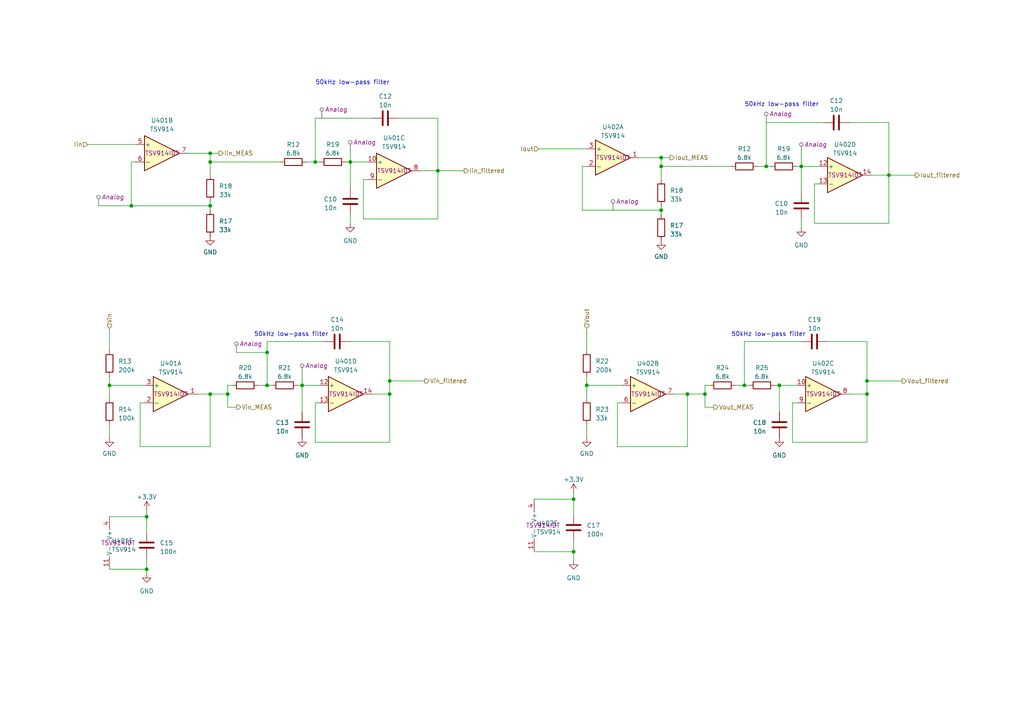
<source format=kicad_sch>
(kicad_sch (version 20230221) (generator eeschema)
  (paper "A4")
  (title_block (title "MMPT PSU - Analog filtering") (date "2023-04-05") (rev "Rev. 1.0") (company "Julien FAUCHER") (comment 1 "Defis solaires 2023"))
  (lib_symbols
    (symbol "Amplifier_Operational:TSV914" (pin_names (offset 0.127))
      (property "Reference" "U" (at 0 5.08 0))
      (property "Value" "TSV914" (at 0 -5.08 0))
      (symbol "TSV914_1_1"
        (polyline (pts (xy -5.08 5.08) (xy 5.08 0) (xy -5.08 -5.08) (xy -5.08 5.08)) (stroke (width 0.254)) (fill (type background)))
        (pin output line (at 7.62 0 180) (length 2.54) (name "~") (number "1"))
        (pin input line (at -7.62 -2.54 0) (length 2.54) (name "-") (number "2"))
        (pin input line (at -7.62 2.54 0) (length 2.54) (name "+") (number "3"))
      )
      (symbol "TSV914_2_1"
        (polyline (pts (xy -5.08 5.08) (xy 5.08 0) (xy -5.08 -5.08) (xy -5.08 5.08)) (stroke (width 0.254)) (fill (type background)))
        (pin input line (at -7.62 2.54 0) (length 2.54) (name "+") (number "5"))
        (pin input line (at -7.62 -2.54 0) (length 2.54) (name "-") (number "6"))
        (pin output line (at 7.62 0 180) (length 2.54) (name "~") (number "7"))
      )
      (symbol "TSV914_3_1"
        (polyline (pts (xy -5.08 5.08) (xy 5.08 0) (xy -5.08 -5.08) (xy -5.08 5.08)) (stroke (width 0.254)) (fill (type background)))
        (pin input line (at -7.62 2.54 0) (length 2.54) (name "+") (number "10"))
        (pin output line (at 7.62 0 180) (length 2.54) (name "~") (number "8"))
        (pin input line (at -7.62 -2.54 0) (length 2.54) (name "-") (number "9"))
      )
      (symbol "TSV914_4_1"
        (polyline (pts (xy -5.08 5.08) (xy 5.08 0) (xy -5.08 -5.08) (xy -5.08 5.08)) (stroke (width 0.254)) (fill (type background)))
        (pin input line (at -7.62 2.54 0) (length 2.54) (name "+") (number "12"))
        (pin input line (at -7.62 -2.54 0) (length 2.54) (name "-") (number "13"))
        (pin output line (at 7.62 0 180) (length 2.54) (name "~") (number "14"))
      )
      (symbol "TSV914_5_1"
        (pin power_in line (at -2.54 -7.62 90) (length 3.81) (name "V-") (number "11"))
        (pin power_in line (at -2.54 7.62 270) (length 3.81) (name "V+") (number "4"))
      )
    )
    (symbol "Device:C" (pin_numbers hide) (pin_names (offset 0.254))
      (property "Reference" "C" (at 0.635 2.54 0))
      (property "Value" "C" (at 0.635 -2.54 0))
      (symbol "C_0_1"
        (polyline (pts (xy -2.032 -0.762) (xy 2.032 -0.762)) (stroke (width 0.508)))
        (polyline (pts (xy -2.032 0.762) (xy 2.032 0.762)) (stroke (width 0.508)))
      )
      (symbol "C_1_1"
        (pin passive line (at 0 3.81 270) (length 2.794) (name "~") (number "1"))
        (pin passive line (at 0 -3.81 90) (length 2.794) (name "~") (number "2"))
      )
    )
    (symbol "Device:R" (pin_numbers hide) (pin_names (offset 0))
      (property "Reference" "R" (at 2.032 0 90))
      (property "Value" "R" (at 0 0 90))
      (symbol "R_0_1"
        (rectangle (start -1.016 -2.54) (end 1.016 2.54) (stroke (width 0.254)))
      )
      (symbol "R_1_1"
        (pin passive line (at 0 3.81 270) (length 1.27) (name "~") (number "1"))
        (pin passive line (at 0 -3.81 90) (length 1.27) (name "~") (number "2"))
      )
    )
    (symbol "GND_5" (power) (pin_names (offset 0))
      (property "Value" "GND_5" (at 0 -3.81 0))
      (symbol "GND_5_0_1"
        (polyline (pts (xy 0 0) (xy 0 -1.27) (xy 1.27 -1.27) (xy 0 -2.54) (xy -1.27 -1.27) (xy 0 -1.27)))
      )
      (symbol "GND_5_1_1"
        (pin power_in line (at 0 0 270) (length 0) hide (name "GND") (number "1"))
      )
    )
    (symbol "GND_6" (power) (pin_names (offset 0))
      (property "Value" "GND_6" (at 0 -3.81 0))
      (symbol "GND_6_0_1"
        (polyline (pts (xy 0 0) (xy 0 -1.27) (xy 1.27 -1.27) (xy 0 -2.54) (xy -1.27 -1.27) (xy 0 -1.27)))
      )
      (symbol "GND_6_1_1"
        (pin power_in line (at 0 0 270) (length 0) hide (name "GND") (number "1"))
      )
    )
    (symbol "power:+3.3V" (power) (pin_names (offset 0))
      (property "Value" "+3.3V" (at 0 3.556 0))
      (symbol "+3.3V_0_1"
        (polyline (pts (xy -0.762 1.27) (xy 0 2.54)))
        (polyline (pts (xy 0 0) (xy 0 2.54)))
        (polyline (pts (xy 0 2.54) (xy 0.762 1.27)))
      )
      (symbol "+3.3V_1_1"
        (pin power_in line (at 0 0 90) (length 0) hide (name "+3.3V") (number "1"))
      )
    )
    (symbol "power:GND" (power) (pin_names (offset 0))
      (property "Value" "GND" (at 0 -3.81 0))
      (symbol "GND_0_1"
        (polyline (pts (xy 0 0) (xy 0 -1.27) (xy 1.27 -1.27) (xy 0 -2.54) (xy -1.27 -1.27) (xy 0 -1.27)))
      )
      (symbol "GND_1_1"
        (pin power_in line (at 0 0 270) (length 0) hide (name "GND") (number "1"))
      )
    )
  )
  (junction (at 257.81 50.8))
  (junction (at 77.47 111.76))
  (junction (at 91.44 46.99))
  (junction (at 113.03 114.3))
  (junction (at 42.545 149.86))
  (junction (at 199.39 114.3))
  (junction (at 60.96 44.45))
  (junction (at 251.46 114.3))
  (junction (at 232.41 48.26))
  (junction (at 222.25 48.26))
  (junction (at 215.9 111.76))
  (junction (at 42.545 165.1))
  (junction (at 204.47 114.3))
  (junction (at 31.75 111.76))
  (junction (at 101.6 46.99))
  (junction (at 127 49.53))
  (junction (at 66.04 114.3))
  (junction (at 77.47 102.235))
  (junction (at 87.63 111.76))
  (junction (at 191.77 60.96))
  (junction (at 226.06 111.76))
  (junction (at 60.96 46.99))
  (junction (at 60.96 114.3))
  (junction (at 191.77 45.72))
  (junction (at 60.96 59.69))
  (junction (at 191.77 48.26))
  (junction (at 170.18 111.76))
  (junction (at 166.37 160.02))
  (junction (at 251.46 110.49))
  (junction (at 166.37 144.78))
  (junction (at 113.03 110.49))
  (junction (at 38.1 59.69))
  (wire (pts (xy 236.22 64.77) (xy 257.81 64.77)))
  (wire (pts (xy 222.25 35.56) (xy 238.76 35.56)))
  (wire (pts (xy 87.63 111.76) (xy 87.63 119.38)))
  (wire (pts (xy 204.47 111.76) (xy 204.47 114.3)))
  (wire (pts (xy 257.81 50.8) (xy 265.43 50.8)))
  (wire (pts (xy 215.9 111.76) (xy 215.9 99.06)))
  (wire (pts (xy 180.34 116.84) (xy 179.07 116.84)))
  (wire (pts (xy 127 63.5) (xy 127 49.53)))
  (wire (pts (xy 31.75 123.19) (xy 31.75 127)))
  (wire (pts (xy 77.47 111.76) (xy 77.47 102.235)))
  (wire (pts (xy 39.37 46.99) (xy 38.1 46.99)))
  (wire (pts (xy 179.07 116.84) (xy 179.07 129.54)))
  (wire (pts (xy 31.75 95.25) (xy 31.75 101.6)))
  (polyline (pts (xy 205.74 120.65) (xy 205.74 120.65)))
  (wire (pts (xy 207.01 118.11) (xy 204.47 118.11)))
  (wire (pts (xy 113.03 114.3) (xy 107.95 114.3)))
  (wire (pts (xy 232.41 63.5) (xy 232.41 66.04)))
  (wire (pts (xy 41.91 116.84) (xy 40.64 116.84)))
  (wire (pts (xy 191.77 48.26) (xy 191.77 45.72)))
  (wire (pts (xy 60.96 59.69) (xy 60.96 58.42)))
  (wire (pts (xy 101.6 46.99) (xy 101.6 54.61)))
  (wire (pts (xy 154.94 144.78) (xy 166.37 144.78)))
  (wire (pts (xy 166.37 160.02) (xy 166.37 156.845)))
  (wire (pts (xy 91.44 128.27) (xy 113.03 128.27)))
  (wire (pts (xy 60.96 46.99) (xy 81.28 46.99)))
  (wire (pts (xy 213.36 111.76) (xy 215.9 111.76)))
  (wire (pts (xy 222.25 48.26) (xy 222.25 35.56)))
  (wire (pts (xy 105.41 52.07) (xy 105.41 63.5)))
  (wire (pts (xy 199.39 114.3) (xy 204.47 114.3)))
  (wire (pts (xy 166.37 144.78) (xy 166.37 149.225)))
  (wire (pts (xy 66.04 111.76) (xy 66.04 114.3)))
  (wire (pts (xy 113.03 128.27) (xy 113.03 114.3)))
  (wire (pts (xy 191.77 60.96) (xy 191.77 62.23)))
  (wire (pts (xy 191.77 45.72) (xy 194.31 45.72)))
  (wire (pts (xy 91.44 34.29) (xy 91.44 46.99)))
  (wire (pts (xy 115.57 34.29) (xy 127 34.29)))
  (wire (pts (xy 54.61 44.45) (xy 60.96 44.45)))
  (wire (pts (xy 42.545 149.86) (xy 42.545 154.305)))
  (wire (pts (xy 191.77 60.96) (xy 191.77 59.69)))
  (wire (pts (xy 74.93 111.76) (xy 77.47 111.76)))
  (wire (pts (xy 204.47 118.11) (xy 204.47 114.3)))
  (wire (pts (xy 42.545 165.1) (xy 42.545 161.925)))
  (wire (pts (xy 154.94 160.02) (xy 166.37 160.02)))
  (wire (pts (xy 60.96 114.3) (xy 66.04 114.3)))
  (wire (pts (xy 170.18 95.25) (xy 170.18 101.6)))
  (wire (pts (xy 231.14 116.84) (xy 229.87 116.84)))
  (wire (pts (xy 179.07 129.54) (xy 199.39 129.54)))
  (polyline (pts (xy 113.03 105.41) (xy 113.03 105.41)))
  (wire (pts (xy 251.46 114.3) (xy 246.38 114.3)))
  (wire (pts (xy 226.06 111.76) (xy 231.14 111.76)))
  (wire (pts (xy 77.47 99.06) (xy 93.98 99.06)))
  (wire (pts (xy 224.79 111.76) (xy 226.06 111.76)))
  (wire (pts (xy 226.06 111.76) (xy 226.06 119.38)))
  (wire (pts (xy 257.81 64.77) (xy 257.81 50.8)))
  (wire (pts (xy 77.47 111.76) (xy 78.74 111.76)))
  (wire (pts (xy 91.44 116.84) (xy 91.44 128.27)))
  (wire (pts (xy 199.39 129.54) (xy 199.39 114.3)))
  (wire (pts (xy 60.96 44.45) (xy 63.5 44.45)))
  (wire (pts (xy 166.37 142.875) (xy 166.37 144.78)))
  (wire (pts (xy 60.96 129.54) (xy 60.96 114.3)))
  (wire (pts (xy 106.68 52.07) (xy 105.41 52.07)))
  (wire (pts (xy 251.46 110.49) (xy 261.62 110.49)))
  (wire (pts (xy 60.96 114.3) (xy 57.15 114.3)))
  (wire (pts (xy 42.545 147.955) (xy 42.545 149.86)))
  (wire (pts (xy 168.91 48.26) (xy 168.91 60.96)))
  (wire (pts (xy 237.49 53.34) (xy 236.22 53.34)))
  (wire (pts (xy 251.46 110.49) (xy 251.46 114.3)))
  (wire (pts (xy 101.6 62.23) (xy 101.6 64.77)))
  (wire (pts (xy 257.81 50.8) (xy 252.73 50.8)))
  (wire (pts (xy 88.9 46.99) (xy 91.44 46.99)))
  (wire (pts (xy 170.18 48.26) (xy 168.91 48.26)))
  (wire (pts (xy 60.96 59.69) (xy 60.96 60.96)))
  (polyline (pts (xy 67.31 120.65) (xy 67.31 120.65)))
  (wire (pts (xy 251.46 99.06) (xy 251.46 110.49)))
  (wire (pts (xy 100.33 46.99) (xy 101.6 46.99)))
  (wire (pts (xy 101.6 99.06) (xy 113.03 99.06)))
  (wire (pts (xy 60.96 50.8) (xy 60.96 46.99)))
  (wire (pts (xy 105.41 63.5) (xy 127 63.5)))
  (wire (pts (xy 31.75 111.76) (xy 41.91 111.76)))
  (wire (pts (xy 31.75 111.76) (xy 31.75 115.57)))
  (wire (pts (xy 92.71 116.84) (xy 91.44 116.84)))
  (wire (pts (xy 38.1 59.69) (xy 60.96 59.69)))
  (wire (pts (xy 232.41 48.26) (xy 232.41 55.88)))
  (wire (pts (xy 170.18 123.19) (xy 170.18 127)))
  (wire (pts (xy 231.14 48.26) (xy 232.41 48.26)))
  (wire (pts (xy 205.74 111.76) (xy 204.47 111.76)))
  (wire (pts (xy 68.58 102.235) (xy 77.47 102.235)))
  (wire (pts (xy 215.9 111.76) (xy 217.17 111.76)))
  (wire (pts (xy 31.75 165.1) (xy 42.545 165.1)))
  (wire (pts (xy 191.77 48.26) (xy 212.09 48.26)))
  (wire (pts (xy 77.47 102.235) (xy 77.47 99.06)))
  (wire (pts (xy 170.18 111.76) (xy 170.18 115.57)))
  (wire (pts (xy 166.37 162.56) (xy 166.37 160.02)))
  (wire (pts (xy 170.18 109.22) (xy 170.18 111.76)))
  (wire (pts (xy 40.64 116.84) (xy 40.64 129.54)))
  (wire (pts (xy 232.41 48.26) (xy 237.49 48.26)))
  (wire (pts (xy 251.46 128.27) (xy 251.46 114.3)))
  (wire (pts (xy 31.75 149.86) (xy 42.545 149.86)))
  (wire (pts (xy 68.58 118.11) (xy 66.04 118.11)))
  (wire (pts (xy 185.42 45.72) (xy 191.77 45.72)))
  (wire (pts (xy 67.31 111.76) (xy 66.04 111.76)))
  (wire (pts (xy 40.64 129.54) (xy 60.96 129.54)))
  (wire (pts (xy 215.9 99.06) (xy 232.41 99.06)))
  (wire (pts (xy 191.77 52.07) (xy 191.77 48.26)))
  (wire (pts (xy 42.545 166.37) (xy 42.545 165.1)))
  (wire (pts (xy 170.18 111.76) (xy 180.34 111.76)))
  (wire (pts (xy 127 49.53) (xy 121.92 49.53)))
  (wire (pts (xy 38.1 46.99) (xy 38.1 59.69)))
  (wire (pts (xy 232.41 44.45) (xy 232.41 48.26)))
  (wire (pts (xy 127 34.29) (xy 127 49.53)))
  (wire (pts (xy 66.04 118.11) (xy 66.04 114.3)))
  (wire (pts (xy 199.39 114.3) (xy 195.58 114.3)))
  (wire (pts (xy 113.03 110.49) (xy 113.03 114.3)))
  (wire (pts (xy 127 49.53) (xy 134.62 49.53)))
  (wire (pts (xy 86.36 111.76) (xy 87.63 111.76)))
  (wire (pts (xy 25.4 41.91) (xy 39.37 41.91)))
  (wire (pts (xy 87.63 111.76) (xy 92.71 111.76)))
  (wire (pts (xy 101.6 43.815) (xy 101.6 46.99)))
  (wire (pts (xy 240.03 99.06) (xy 251.46 99.06)))
  (wire (pts (xy 60.96 46.99) (xy 60.96 44.45)))
  (wire (pts (xy 91.44 46.99) (xy 92.71 46.99)))
  (wire (pts (xy 156.21 43.18) (xy 170.18 43.18)))
  (wire (pts (xy 257.81 35.56) (xy 257.81 50.8)))
  (wire (pts (xy 101.6 46.99) (xy 106.68 46.99)))
  (wire (pts (xy 229.87 116.84) (xy 229.87 128.27)))
  (wire (pts (xy 168.91 60.96) (xy 191.77 60.96)))
  (wire (pts (xy 31.75 109.22) (xy 31.75 111.76)))
  (wire (pts (xy 236.22 53.34) (xy 236.22 64.77)))
  (wire (pts (xy 219.71 48.26) (xy 222.25 48.26)))
  (wire (pts (xy 229.87 128.27) (xy 251.46 128.27)))
  (wire (pts (xy 28.575 59.69) (xy 38.1 59.69)))
  (wire (pts (xy 91.44 34.29) (xy 107.95 34.29)))
  (wire (pts (xy 246.38 35.56) (xy 257.81 35.56)))
  (wire (pts (xy 113.03 99.06) (xy 113.03 110.49)))
  (wire (pts (xy 222.25 48.26) (xy 223.52 48.26)))
  (wire (pts (xy 87.63 108.585) (xy 87.63 111.76)))
  (wire (pts (xy 113.03 110.49) (xy 123.19 110.49)))
  (polyline (pts (xy 43.815 167.005) (xy 43.815 167.005)))
  (text "50kHz low-pass filter" (at 73.66 97.79 0) (effects (font (size 1.27 1.27)) (justify left bottom)))
  (text "50kHz low-pass filter" (at 215.9 31.115 0) (effects (font (size 1.27 1.27)) (justify left bottom)))
  (text "50kHz low-pass filter" (at 91.44 24.765 0) (effects (font (size 1.27 1.27)) (justify left bottom)))
  (text "50kHz low-pass filter" (at 212.09 97.79 0) (effects (font (size 1.27 1.27)) (justify left bottom)))
  (hierarchical_label "Vout_MEAS" (shape output) (at 207.01 118.11 0))
  (hierarchical_label "Iin" (shape input) (at 25.4 41.91 180))
  (hierarchical_label "Vout" (shape input) (at 170.18 95.25 90) (property "Références Inter-Feuilles" "${INTERSHEET_REFS}" (effects hide)))
  (hierarchical_label "Iin_filtered" (shape output) (at 134.62 49.53 0))
  (hierarchical_label "Vout_filtered" (shape output) (at 261.62 110.49 0))
  (hierarchical_label "Iout_filtered" (shape output) (at 265.43 50.8 0))
  (hierarchical_label "Vin_MEAS" (shape output) (at 68.58 118.11 0))
  (hierarchical_label "Iout_MEAS" (shape output) (at 194.31 45.72 0))
  (hierarchical_label "Iin_MEAS" (shape output) (at 63.5 44.45 0))
  (hierarchical_label "Vin" (shape input) (at 31.75 95.25 90) (property "Références Inter-Feuilles" "${INTERSHEET_REFS}" (effects hide)))
  (hierarchical_label "Vin_filtered" (shape output) (at 123.19 110.49 0))
  (hierarchical_label "Iout" (shape input) (at 156.21 43.18 180))
  (netclass_flag "" (length 2.54) (shape round) (at 101.6 43.815 0) (property "Netclass" "Analog" (at 102.489 41.275 0) (effects (font italic) (justify left))))
  (netclass_flag "" (length 2.54) (shape round) (at 87.63 108.585 0) (property "Netclass" "Analog" (at 88.519 106.045 0) (effects (font italic) (justify left))))
  (netclass_flag "" (length 2.54) (shape round) (at 222.25 35.56 0) (property "Netclass" "Analog" (at 223.139 33.02 0) (effects (font italic) (justify left))))
  (netclass_flag "" (length 2.54) (shape round) (at 93.345 34.29 0) (property "Netclass" "Analog" (at 94.234 31.75 0) (effects (font italic) (justify left))))
  (netclass_flag "" (length 2.54) (shape round) (at 232.41 44.45 0) (property "Netclass" "Analog" (at 233.299 41.91 0) (effects (font italic) (justify left))))
  (netclass_flag "" (length 2.54) (shape round) (at 28.575 59.69 0) (property "Netclass" "Analog" (at 29.464 57.15 0) (effects (font italic) (justify left))))
  (netclass_flag "" (length 2.54) (shape round) (at 68.58 102.235 0) (property "Netclass" "Analog" (at 69.469 99.695 0) (effects (font italic) (justify left))))
  (netclass_flag "" (length 2.54) (shape round) (at 177.8 60.96 0) (property "Netclass" "Analog" (at 178.689 58.42 0) (effects (font italic) (justify left))))
  (symbol (lib_id "Amplifier_Operational:TSV914") (at 49.53 114.3 0) (unit 1)
    (property "Reference" "U401" (at 49.53 105.41 0))
    (property "Value" "TSV914" (at 49.53 107.95 0))
    (property "Footprint" "Package_SO:SOIC-14_3.9x8.7mm_P1.27mm" (effects hide))
    (property "Datasheet" "www.st.com/resource/en/datasheet/tsv911.pdf" (effects hide))
    (property "MPN" "TSV914IDT" (at 49.53 114.3 0))
    (property "Mouser SKU" " 511-TSV914IDT " (effects hide))
  )
  (symbol (lib_id "Amplifier_Operational:TSV914") (at 100.33 114.3 0) (unit 4)
    (property "Reference" "U401" (at 100.33 104.775 0))
    (property "Value" "TSV914" (at 100.33 107.315 0))
    (property "Footprint" "Package_SO:SOIC-14_3.9x8.7mm_P1.27mm" (effects hide))
    (property "Datasheet" "www.st.com/resource/en/datasheet/tsv911.pdf" (effects hide))
    (property "MPN" "TSV914IDT" (at 100.33 114.3 0))
    (property "Mouser SKU" " 511-TSV914IDT " (effects hide))
  )
  (symbol (lib_id "Amplifier_Operational:TSV914") (at 187.96 114.3 0) (unit 2)
    (property "Reference" "U402" (at 187.96 105.41 0))
    (property "Value" "TSV914" (at 187.96 107.95 0))
    (property "Footprint" "Package_SO:SOIC-14_3.9x8.7mm_P1.27mm" (effects hide))
    (property "Datasheet" "www.st.com/resource/en/datasheet/tsv911.pdf" (effects hide))
    (property "MPN" "TSV914IDT" (at 187.96 114.3 0))
    (property "Mouser SKU" " 511-TSV914IDT " (effects hide))
  )
  (symbol (lib_id "Device:C") (at 236.22 99.06 90) (unit 1)
    (property "Reference" "C19" (at 236.22 92.71 90))
    (property "Value" "10n" (at 236.22 95.25 90))
    (property "Footprint" "Capacitor_SMD:C_0805_2012Metric" (effects hide))
    (instances (project "power_supply" (path "" (reference "C19") (unit 1)) (path "" (reference "C406") (unit 1))))
  )
  (symbol (lib_id "Device:R") (at 60.96 64.77 180) (unit 1)
    (property "Reference" "R17" (at 63.5 64.135 0) (effects (justify right)))
    (property "Value" "33k" (at 63.5 66.675 0) (effects (justify right)))
    (property "Footprint" "Resistor_SMD:R_0805_2012Metric" (effects hide))
    (instances (project "power_supply" (path "" (reference "R17") (unit 1)) (path "" (reference "R407") (unit 1))))
  )
  (symbol (lib_name "GND_5") (lib_id "power:GND") (at 87.63 127 0) (unit 1)
    (property "Reference" "#PWR028" (effects hide))
    (property "Value" "GND" (at 87.63 132.08 0))
    (instances (project "power_supply" (path "" (reference "#PWR028") (unit 1)) (path "" (reference "#PWR0406") (unit 1))))
  )
  (symbol (lib_id "Device:C") (at 87.63 123.19 0) (unit 1)
    (property "Reference" "C13" (at 83.82 122.555 0) (effects (justify right)))
    (property "Value" "10n" (at 83.82 125.095 0) (effects (justify right)))
    (property "Footprint" "Capacitor_SMD:C_0805_2012Metric" (effects hide))
    (instances (project "power_supply" (path "" (reference "C13") (unit 1)) (path "" (reference "C407") (unit 1))))
  )
  (symbol (lib_name "GND_5") (lib_id "power:GND") (at 226.06 127 0) (unit 1)
    (property "Reference" "#PWR041" (effects hide))
    (property "Value" "GND" (at 226.06 132.08 0))
    (instances (project "power_supply" (path "" (reference "#PWR041") (unit 1)) (path "" (reference "#PWR0408") (unit 1))))
  )
  (symbol (lib_id "Device:R") (at 215.9 48.26 90) (unit 1)
    (property "Reference" "R12" (at 215.9 43.18 90))
    (property "Value" "6.8k" (at 215.9 45.72 90))
    (property "Footprint" "Resistor_SMD:R_0805_2012Metric" (effects hide))
    (instances (project "power_supply" (path "" (reference "R12") (unit 1)) (path "" (reference "R403") (unit 1))))
  )
  (symbol (lib_id "power:+3.3V") (at 42.545 147.955 0) (unit 1)
    (property "Reference" "#PWR031" (effects hide))
    (property "Value" "+3.3V" (at 42.545 144.145 0))
    (instances (project "power_supply" (path "" (reference "#PWR031") (unit 1)) (path "" (reference "#PWR0410") (unit 1))))
  )
  (symbol (lib_id "Device:R") (at 220.98 111.76 90) (unit 1)
    (property "Reference" "R25" (at 220.98 106.68 90))
    (property "Value" "6.8k" (at 220.98 109.22 90))
    (property "Footprint" "Resistor_SMD:R_0805_2012Metric" (effects hide))
    (instances (project "power_supply" (path "" (reference "R25") (unit 1)) (path "" (reference "R414") (unit 1))))
  )
  (symbol (lib_id "Amplifier_Operational:TSV914") (at 46.99 44.45 0) (unit 2)
    (property "Reference" "U401" (at 46.99 34.925 0))
    (property "Value" "TSV914" (at 46.99 37.465 0))
    (property "Footprint" "Package_SO:SOIC-14_3.9x8.7mm_P1.27mm" (effects hide))
    (property "Datasheet" "www.st.com/resource/en/datasheet/tsv911.pdf" (effects hide))
    (property "MPN" "TSV914IDT" (at 46.99 44.45 0))
    (property "Mouser SKU" " 511-TSV914IDT " (effects hide))
  )
  (symbol (lib_name "GND_6") (lib_id "power:GND") (at 42.545 166.37 0) (unit 1)
    (property "Reference" "#PWR032" (effects hide))
    (property "Value" "GND" (at 42.545 171.45 0))
    (instances (project "power_supply" (path "" (reference "#PWR032") (unit 1)) (path "" (reference "#PWR0412") (unit 1))))
  )
  (symbol (lib_id "Device:C") (at 111.76 34.29 90) (unit 1)
    (property "Reference" "C12" (at 111.76 27.94 90))
    (property "Value" "10n" (at 111.76 30.48 90))
    (property "Footprint" "Capacitor_SMD:C_0805_2012Metric" (effects hide))
    (instances (project "power_supply" (path "" (reference "C12") (unit 1)) (path "" (reference "C401") (unit 1))))
  )
  (symbol (lib_name "GND_5") (lib_id "power:GND") (at 232.41 66.04 0) (unit 1)
    (property "Reference" "#PWR024" (effects hide))
    (property "Value" "GND" (at 232.41 71.12 0))
    (instances (project "power_supply" (path "" (reference "#PWR024") (unit 1)) (path "" (reference "#PWR0402") (unit 1))))
  )
  (symbol (lib_id "Device:R") (at 60.96 54.61 180) (unit 1)
    (property "Reference" "R18" (at 63.5 53.975 0) (effects (justify right)))
    (property "Value" "33k" (at 63.5 56.515 0) (effects (justify right)))
    (property "Footprint" "Resistor_SMD:R_0805_2012Metric" (effects hide))
    (instances (project "power_supply" (path "" (reference "R18") (unit 1)) (path "" (reference "R405") (unit 1))))
  )
  (symbol (lib_id "Device:R") (at 191.77 55.88 180) (unit 1)
    (property "Reference" "R18" (at 194.31 55.245 0) (effects (justify right)))
    (property "Value" "33k" (at 194.31 57.785 0) (effects (justify right)))
    (property "Footprint" "Resistor_SMD:R_0805_2012Metric" (effects hide))
    (instances (project "power_supply" (path "" (reference "R18") (unit 1)) (path "" (reference "R406") (unit 1))))
  )
  (symbol (lib_id "Device:R") (at 31.75 105.41 0) (unit 1)
    (property "Reference" "R13" (at 34.29 104.775 0) (effects (justify left)))
    (property "Value" "200k" (at 34.29 107.315 0) (effects (justify left)))
    (property "Footprint" "Resistor_SMD:R_0805_2012Metric" (effects hide))
    (instances (project "power_supply" (path "" (reference "R13") (unit 1)) (path "" (reference "R409") (unit 1))))
  )
  (symbol (lib_id "Amplifier_Operational:TSV914") (at 157.48 152.4 0) (unit 5)
    (property "Reference" "U402" (at 155.575 151.765 0) (effects (justify left)))
    (property "Value" "TSV914" (at 155.575 154.305 0) (effects (justify left)))
    (property "Footprint" "Package_SO:SOIC-14_3.9x8.7mm_P1.27mm" (effects hide))
    (property "Datasheet" "www.st.com/resource/en/datasheet/tsv911.pdf" (effects hide))
    (property "MPN" "TSV914IDT" (at 157.48 152.4 0))
    (property "Mouser SKU" " 511-TSV914IDT " (effects hide))
  )
  (symbol (lib_id "Device:C") (at 242.57 35.56 90) (unit 1)
    (property "Reference" "C12" (at 242.57 29.21 90))
    (property "Value" "10n" (at 242.57 31.75 90))
    (property "Footprint" "Capacitor_SMD:C_0805_2012Metric" (effects hide))
    (instances (project "power_supply" (path "" (reference "C12") (unit 1)) (path "" (reference "C402") (unit 1))))
  )
  (symbol (lib_id "Device:R") (at 82.55 111.76 90) (unit 1)
    (property "Reference" "R21" (at 82.55 106.68 90))
    (property "Value" "6.8k" (at 82.55 109.22 90))
    (property "Footprint" "Resistor_SMD:R_0805_2012Metric" (effects hide))
    (instances (project "power_supply" (path "" (reference "R21") (unit 1)) (path "" (reference "R412") (unit 1))))
  )
  (symbol (lib_id "Device:R") (at 71.12 111.76 90) (unit 1)
    (property "Reference" "R20" (at 71.12 106.68 90))
    (property "Value" "6.8k" (at 71.12 109.22 90))
    (property "Footprint" "Resistor_SMD:R_0805_2012Metric" (effects hide))
    (instances (project "power_supply" (path "" (reference "R20") (unit 1)) (path "" (reference "R411") (unit 1))))
  )
  (symbol (lib_id "Device:R") (at 31.75 119.38 0) (unit 1)
    (property "Reference" "R14" (at 34.29 118.745 0) (effects (justify left)))
    (property "Value" "100k" (at 34.29 121.285 0) (effects (justify left)))
    (property "Footprint" "Resistor_SMD:R_0805_2012Metric" (effects hide))
    (instances (project "power_supply" (path "" (reference "R14") (unit 1)) (path "" (reference "R415") (unit 1))))
  )
  (symbol (lib_id "Amplifier_Operational:TSV914") (at 34.29 157.48 0) (unit 5)
    (property "Reference" "U401" (at 32.385 156.845 0) (effects (justify left)))
    (property "Value" "TSV914" (at 32.385 159.385 0) (effects (justify left)))
    (property "Footprint" "Package_SO:SOIC-14_3.9x8.7mm_P1.27mm" (effects hide))
    (property "Datasheet" "www.st.com/resource/en/datasheet/tsv911.pdf" (effects hide))
    (property "MPN" "TSV914IDT" (at 34.29 157.48 0))
    (property "Mouser SKU" " 511-TSV914IDT " (effects hide))
  )
  (symbol (lib_id "Device:C") (at 166.37 153.035 180) (unit 1)
    (property "Reference" "C17" (at 170.18 152.4 0) (effects (justify right)))
    (property "Value" "100n" (at 170.18 154.94 0) (effects (justify right)))
    (property "Footprint" "Capacitor_SMD:C_0805_2012Metric" (effects hide))
    (property "Mouser SKU" "581-0805YC104M4T2A " (effects hide))
    (property "MPN" "0805YC104M4T2A " (effects hide))
    (instances (project "power_supply" (path "" (reference "C17") (unit 1)) (path "" (reference "C409") (unit 1))))
  )
  (symbol (lib_id "Amplifier_Operational:TSV914") (at 177.8 45.72 0) (unit 1)
    (property "Reference" "U402" (at 177.8 36.83 0))
    (property "Value" "TSV914" (at 177.8 39.37 0))
    (property "Footprint" "Package_SO:SOIC-14_3.9x8.7mm_P1.27mm" (effects hide))
    (property "Datasheet" "www.st.com/resource/en/datasheet/tsv911.pdf" (effects hide))
    (property "MPN" "TSV914IDT" (at 177.8 45.72 0))
    (property "Mouser SKU" " 511-TSV914IDT " (effects hide))
  )
  (symbol (lib_id "Device:C") (at 232.41 59.69 0) (unit 1)
    (property "Reference" "C10" (at 228.6 59.055 0) (effects (justify right)))
    (property "Value" "10n" (at 228.6 61.595 0) (effects (justify right)))
    (property "Footprint" "Capacitor_SMD:C_0805_2012Metric" (effects hide))
    (instances (project "power_supply" (path "" (reference "C10") (unit 1)) (path "" (reference "C404") (unit 1))))
  )
  (symbol (lib_id "Device:C") (at 97.79 99.06 90) (unit 1)
    (property "Reference" "C14" (at 97.79 92.71 90))
    (property "Value" "10n" (at 97.79 95.25 90))
    (property "Footprint" "Capacitor_SMD:C_0805_2012Metric" (effects hide))
    (instances (project "power_supply" (path "" (reference "C14") (unit 1)) (path "" (reference "C405") (unit 1))))
  )
  (symbol (lib_id "power:GND") (at 31.75 127 0) (unit 1)
    (property "Reference" "#PWR08" (effects hide))
    (property "Value" "GND" (at 31.75 131.5626 0))
    (instances (project "power_supply" (path "" (reference "#PWR08") (unit 1)) (path "" (reference "#PWR016") (unit 1)) (path "" (reference "#PWR0405") (unit 1))))
  )
  (symbol (lib_id "power:GND") (at 170.18 127 0) (unit 1)
    (property "Reference" "#PWR08" (effects hide))
    (property "Value" "GND" (at 170.18 131.5626 0))
    (instances (project "power_supply" (path "" (reference "#PWR08") (unit 1)) (path "" (reference "#PWR036") (unit 1)) (path "" (reference "#PWR0407") (unit 1))))
  )
  (symbol (lib_id "Amplifier_Operational:TSV914") (at 238.76 114.3 0) (unit 3)
    (property "Reference" "U402" (at 238.76 105.41 0))
    (property "Value" "TSV914" (at 238.76 107.95 0))
    (property "Footprint" "Package_SO:SOIC-14_3.9x8.7mm_P1.27mm" (effects hide))
    (property "Datasheet" "www.st.com/resource/en/datasheet/tsv911.pdf" (effects hide))
    (property "MPN" "TSV914IDT" (at 238.76 114.3 0))
    (property "Mouser SKU" " 511-TSV914IDT " (effects hide))
  )
  (symbol (lib_id "Device:R") (at 170.18 105.41 0) (unit 1)
    (property "Reference" "R22" (at 172.72 104.775 0) (effects (justify left)))
    (property "Value" "200k" (at 172.72 107.315 0) (effects (justify left)))
    (property "Footprint" "Resistor_SMD:R_0805_2012Metric" (effects hide))
    (instances (project "power_supply" (path "" (reference "R22") (unit 1)) (path "" (reference "R410") (unit 1))))
  )
  (symbol (lib_id "Device:C") (at 226.06 123.19 0) (unit 1)
    (property "Reference" "C18" (at 222.25 122.555 0) (effects (justify right)))
    (property "Value" "10n" (at 222.25 125.095 0) (effects (justify right)))
    (property "Footprint" "Capacitor_SMD:C_0805_2012Metric" (effects hide))
    (instances (project "power_supply" (path "" (reference "C18") (unit 1)) (path "" (reference "C408") (unit 1))))
  )
  (symbol (lib_id "Device:R") (at 209.55 111.76 90) (unit 1)
    (property "Reference" "R24" (at 209.55 106.68 90))
    (property "Value" "6.8k" (at 209.55 109.22 90))
    (property "Footprint" "Resistor_SMD:R_0805_2012Metric" (effects hide))
    (instances (project "power_supply" (path "" (reference "R24") (unit 1)) (path "" (reference "R413") (unit 1))))
  )
  (symbol (lib_id "power:GND") (at 60.96 68.58 0) (unit 1)
    (property "Reference" "#PWR08" (effects hide))
    (property "Value" "GND" (at 60.96 73.1426 0))
    (instances (project "power_supply" (path "" (reference "#PWR08") (unit 1)) (path "" (reference "#PWR022") (unit 1)) (path "" (reference "#PWR0403") (unit 1))))
  )
  (symbol (lib_id "Device:R") (at 170.18 119.38 0) (unit 1)
    (property "Reference" "R23" (at 172.72 118.745 0) (effects (justify left)))
    (property "Value" "33k" (at 172.72 121.285 0) (effects (justify left)))
    (property "Footprint" "Resistor_SMD:R_0805_2012Metric" (effects hide))
    (instances (project "power_supply" (path "" (reference "R23") (unit 1)) (path "" (reference "R416") (unit 1))))
  )
  (symbol (lib_id "power:+3.3V") (at 166.37 142.875 0) (unit 1)
    (property "Reference" "#PWR039" (effects hide))
    (property "Value" "+3.3V" (at 166.37 139.065 0))
    (instances (project "power_supply" (path "" (reference "#PWR039") (unit 1)) (path "" (reference "#PWR0409") (unit 1))))
  )
  (symbol (lib_id "Amplifier_Operational:TSV914") (at 114.3 49.53 0) (unit 3)
    (property "Reference" "U401" (at 114.3 40.005 0))
    (property "Value" "TSV914" (at 114.3 42.545 0))
    (property "Footprint" "Package_SO:SOIC-14_3.9x8.7mm_P1.27mm" (effects hide))
    (property "Datasheet" "www.st.com/resource/en/datasheet/tsv911.pdf" (effects hide))
    (property "MPN" "TSV914IDT" (at 114.3 49.53 0))
    (property "Mouser SKU" " 511-TSV914IDT " (effects hide))
  )
  (symbol (lib_name "GND_5") (lib_id "power:GND") (at 101.6 64.77 0) (unit 1)
    (property "Reference" "#PWR024" (effects hide))
    (property "Value" "GND" (at 101.6 69.85 0))
    (instances (project "power_supply" (path "" (reference "#PWR024") (unit 1)) (path "" (reference "#PWR0401") (unit 1))))
  )
  (symbol (lib_id "Device:C") (at 42.545 158.115 180) (unit 1)
    (property "Reference" "C15" (at 46.355 157.48 0) (effects (justify right)))
    (property "Value" "100n" (at 46.355 160.02 0) (effects (justify right)))
    (property "Footprint" "Capacitor_SMD:C_0805_2012Metric" (effects hide))
    (property "Mouser SKU" "581-0805YC104M4T2A " (effects hide))
    (property "MPN" "0805YC104M4T2A " (effects hide))
    (instances (project "power_supply" (path "" (reference "C15") (unit 1)) (path "" (reference "C410") (unit 1))))
  )
  (symbol (lib_id "Device:C") (at 101.6 58.42 0) (unit 1)
    (property "Reference" "C10" (at 97.79 57.785 0) (effects (justify right)))
    (property "Value" "10n" (at 97.79 60.325 0) (effects (justify right)))
    (property "Footprint" "Capacitor_SMD:C_0805_2012Metric" (effects hide))
    (instances (project "power_supply" (path "" (reference "C10") (unit 1)) (path "" (reference "C403") (unit 1))))
  )
  (symbol (lib_id "Device:R") (at 191.77 66.04 180) (unit 1)
    (property "Reference" "R17" (at 194.31 65.405 0) (effects (justify right)))
    (property "Value" "33k" (at 194.31 67.945 0) (effects (justify right)))
    (property "Footprint" "Resistor_SMD:R_0805_2012Metric" (effects hide))
    (instances (project "power_supply" (path "" (reference "R17") (unit 1)) (path "" (reference "R408") (unit 1))))
  )
  (symbol (lib_id "Amplifier_Operational:TSV914") (at 245.11 50.8 0) (unit 4)
    (property "Reference" "U402" (at 245.11 41.91 0))
    (property "Value" "TSV914" (at 245.11 44.45 0))
    (property "Footprint" "Package_SO:SOIC-14_3.9x8.7mm_P1.27mm" (effects hide))
    (property "Datasheet" "www.st.com/resource/en/datasheet/tsv911.pdf" (effects hide))
    (property "MPN" "TSV914IDT" (at 245.11 50.8 0))
    (property "Mouser SKU" " 511-TSV914IDT " (effects hide))
  )
  (symbol (lib_name "GND_6") (lib_id "power:GND") (at 166.37 162.56 0) (unit 1)
    (property "Reference" "#PWR040" (effects hide))
    (property "Value" "GND" (at 166.37 167.64 0))
    (instances (project "power_supply" (path "" (reference "#PWR040") (unit 1)) (path "" (reference "#PWR0411") (unit 1))))
  )
  (symbol (lib_id "Device:R") (at 96.52 46.99 90) (unit 1)
    (property "Reference" "R19" (at 96.52 41.91 90))
    (property "Value" "6.8k" (at 96.52 44.45 90))
    (property "Footprint" "Resistor_SMD:R_0805_2012Metric" (effects hide))
    (instances (project "power_supply" (path "" (reference "R19") (unit 1)) (path "" (reference "R402") (unit 1))))
  )
  (symbol (lib_id "Device:R") (at 227.33 48.26 90) (unit 1)
    (property "Reference" "R19" (at 227.33 43.18 90))
    (property "Value" "6.8k" (at 227.33 45.72 90))
    (property "Footprint" "Resistor_SMD:R_0805_2012Metric" (effects hide))
    (instances (project "power_supply" (path "" (reference "R19") (unit 1)) (path "" (reference "R404") (unit 1))))
  )
  (symbol (lib_id "Device:R") (at 85.09 46.99 90) (unit 1)
    (property "Reference" "R12" (at 85.09 41.91 90))
    (property "Value" "6.8k" (at 85.09 44.45 90))
    (property "Footprint" "Resistor_SMD:R_0805_2012Metric" (effects hide))
    (instances (project "power_supply" (path "" (reference "R12") (unit 1)) (path "" (reference "R401") (unit 1))))
  )
  (symbol (lib_id "power:GND") (at 191.77 69.85 0) (unit 1)
    (property "Reference" "#PWR08" (effects hide))
    (property "Value" "GND" (at 191.77 74.4126 0))
    (instances (project "power_supply" (path "" (reference "#PWR08") (unit 1)) (path "" (reference "#PWR022") (unit 1)) (path "" (reference "#PWR0404") (unit 1))))
  )
)
</source>
